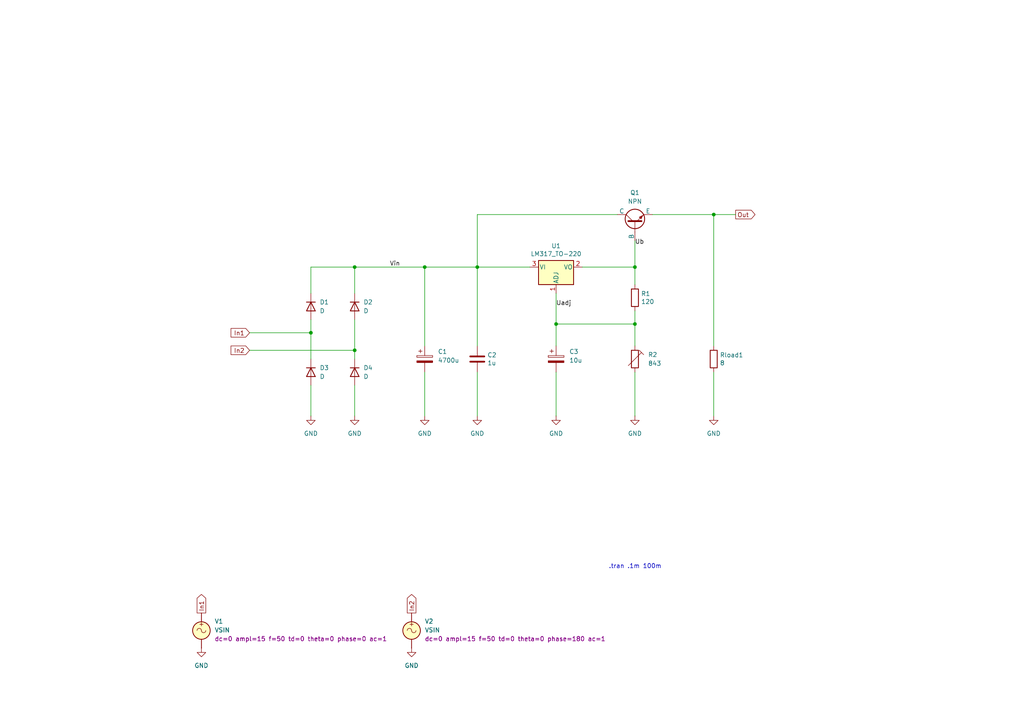
<source format=kicad_sch>
(kicad_sch (version 20231120) (generator "eeschema") (generator_version "8.0")
  (paper "A4")
  (title_block (title "Rectifier with 4 diodes, regulator and NPN passtransistor") (date "2024-05-27") (rev "2") (company "GitHub/OJStuff"))
  (lib_symbols
    (symbol "Device:C" (pin_numbers hide) (pin_names (offset 0.254))
      (property "Reference" "C" (at 0.635 2.54 0))
      (property "Value" "C" (at 0.635 -2.54 0))
      (symbol "C_0_1"
        (polyline (pts (xy -2.032 -0.762) (xy 2.032 -0.762)) (stroke (width 0.508)))
        (polyline (pts (xy -2.032 0.762) (xy 2.032 0.762)) (stroke (width 0.508)))
      )
      (symbol "C_1_1"
        (pin passive line (at 0 3.81 270) (length 2.794) (name "~") (number "1"))
        (pin passive line (at 0 -3.81 90) (length 2.794) (name "~") (number "2"))
      )
    )
    (symbol "Device:C_Polarized" (pin_numbers hide) (pin_names (offset 0.254))
      (property "Reference" "C" (at 0.635 2.54 0))
      (property "Value" "C_Polarized" (at 0.635 -2.54 0))
      (symbol "C_Polarized_0_1"
        (rectangle (start -2.286 0.508) (end 2.286 1.016))
        (polyline (pts (xy -1.778 2.286) (xy -0.762 2.286)))
        (polyline (pts (xy -1.27 2.794) (xy -1.27 1.778)))
        (rectangle (start 2.286 -0.508) (end -2.286 -1.016) (fill (type outline)))
      )
      (symbol "C_Polarized_1_1"
        (pin passive line (at 0 3.81 270) (length 2.794) (name "~") (number "1"))
        (pin passive line (at 0 -3.81 90) (length 2.794) (name "~") (number "2"))
      )
    )
    (symbol "Device:D" (pin_numbers hide) (pin_names (offset 1.016) hide)
      (property "Reference" "D" (at 0 2.54 0))
      (property "Value" "D" (at 0 -2.54 0))
      (symbol "D_0_1"
        (polyline (pts (xy -1.27 1.27) (xy -1.27 -1.27)) (stroke (width 0.254)))
        (polyline (pts (xy 1.27 0) (xy -1.27 0)))
        (polyline (pts (xy 1.27 1.27) (xy 1.27 -1.27) (xy -1.27 0) (xy 1.27 1.27)) (stroke (width 0.254)))
      )
      (symbol "D_1_1"
        (pin passive line (at -3.81 0 0) (length 2.54) (name "K") (number "1"))
        (pin passive line (at 3.81 0 180) (length 2.54) (name "A") (number "2"))
      )
    )
    (symbol "Device:R" (pin_numbers hide) (pin_names (offset 0))
      (property "Reference" "R" (at 2.032 0 90))
      (property "Value" "R" (at 0 0 90))
      (symbol "R_0_1"
        (rectangle (start -1.016 -2.54) (end 1.016 2.54) (stroke (width 0.254)))
      )
      (symbol "R_1_1"
        (pin passive line (at 0 3.81 270) (length 1.27) (name "~") (number "1"))
        (pin passive line (at 0 -3.81 90) (length 1.27) (name "~") (number "2"))
      )
    )
    (symbol "Device:R_Trim" (pin_numbers hide) (pin_names (offset 0))
      (property "Reference" "R" (at 2.54 -2.54 90))
      (property "Value" "R_Trim" (at -2.54 -0.635 90))
      (symbol "R_Trim_0_1"
        (rectangle (start -1.016 -2.54) (end 1.016 2.54) (stroke (width 0.254)))
        (polyline (pts (xy -1.905 -1.905) (xy 1.905 1.905) (xy 2.54 1.27) (xy 1.27 2.54)))
      )
      (symbol "R_Trim_1_1"
        (pin passive line (at 0 3.81 270) (length 1.27) (name "~") (number "1"))
        (pin passive line (at 0 -3.81 90) (length 1.27) (name "~") (number "2"))
      )
    )
    (symbol "Regulator_Linear:LM317_TO-220" (pin_names (offset 0.254))
      (property "Reference" "U" (at -3.81 3.175 0))
      (property "Value" "LM317_TO-220" (at 0 3.175 0))
      (symbol "LM317_TO-220_0_1"
        (rectangle (start -5.08 1.905) (end 5.08 -5.08) (stroke (width 0.254)) (fill (type background)))
      )
      (symbol "LM317_TO-220_1_1"
        (pin input line (at 0 -7.62 90) (length 2.54) (name "ADJ") (number "1"))
        (pin power_out line (at 7.62 0 180) (length 2.54) (name "VO") (number "2"))
        (pin power_in line (at -7.62 0 0) (length 2.54) (name "VI") (number "3"))
      )
    )
    (symbol "Simulation_SPICE:NPN" (pin_numbers hide) (pin_names (offset 0))
      (property "Reference" "Q" (at -2.54 7.62 0))
      (property "Value" "NPN" (at -2.54 5.08 0))
      (symbol "NPN_0_1"
        (polyline (pts (xy -2.54 0) (xy 0.635 0)) (stroke (width 0.1524)))
        (polyline (pts (xy 0.635 0.635) (xy 2.54 2.54)))
        (polyline (pts (xy 2.794 -1.27) (xy 2.794 -1.27)) (stroke (width 0.1524)))
        (polyline (pts (xy 2.794 -1.27) (xy 2.794 -1.27)) (stroke (width 0.1524)))
        (polyline (pts (xy 0.635 -0.635) (xy 2.54 -2.54) (xy 2.54 -2.54)))
        (polyline (pts (xy 0.635 1.905) (xy 0.635 -1.905) (xy 0.635 -1.905)) (stroke (width 0.508)))
        (polyline (pts (xy 1.27 -1.778) (xy 1.778 -1.27) (xy 2.286 -2.286) (xy 1.27 -1.778) (xy 1.27 -1.778)) (fill (type outline)))
        (circle (center 1.27 0) (radius 2.8194) (stroke (width 0.254)))
      )
      (symbol "NPN_1_1"
        (pin open_collector line (at 2.54 5.08 270) (length 2.54) (name "C") (number "1"))
        (pin input line (at -5.08 0 0) (length 2.54) (name "B") (number "2"))
        (pin open_emitter line (at 2.54 -5.08 90) (length 2.54) (name "E") (number "3"))
      )
    )
    (symbol "Simulation_SPICE:VSIN" (pin_numbers hide) (pin_names (offset 0.0254))
      (property "Reference" "V" (at 2.54 2.54 0))
      (property "Value" "VSIN" (at 2.54 0 0))
      (property "Sim.Params" "dc=0 ampl=1 f=1k ac=1" (at 2.54 -2.54 0))
      (symbol "VSIN_0_0"
        (arc (start 0 0) (mid -0.635 0.6323) (end -1.27 0))
        (arc (start 0 0) (mid 0.635 -0.6323) (end 1.27 0))
        (text "+" (at 0 1.905 0) (effects (font (size 1.27 1.27))))
      )
      (symbol "VSIN_0_1"
        (circle (center 0 0) (radius 2.54) (stroke (width 0.254)) (fill (type background)))
      )
      (symbol "VSIN_1_1"
        (pin passive line (at 0 5.08 270) (length 2.54) (name "~") (number "1"))
        (pin passive line (at 0 -5.08 90) (length 2.54) (name "~") (number "2"))
      )
    )
    (symbol "power:GND" (power) (pin_numbers hide) (pin_names (offset 0) hide)
      (property "Value" "GND" (at 0 -3.81 0))
      (symbol "GND_0_1"
        (polyline (pts (xy 0 0) (xy 0 -1.27) (xy 1.27 -1.27) (xy 0 -2.54) (xy -1.27 -1.27) (xy 0 -1.27)))
      )
      (symbol "GND_1_1"
        (pin power_in line (at 0 0 270) (length 0) (name "~") (number "1"))
      )
    )
  )
  (junction (at 184.15 77.47))
  (junction (at 161.29 93.98))
  (junction (at 138.43 77.47))
  (junction (at 102.87 77.47))
  (junction (at 207.01 62.23))
  (junction (at 102.87 101.6))
  (junction (at 184.15 93.98))
  (junction (at 123.19 77.47))
  (junction (at 90.17 96.52))
  (wire (pts (xy 102.87 111.76) (xy 102.87 120.65)))
  (wire (pts (xy 207.01 62.23) (xy 213.36 62.23)))
  (wire (pts (xy 90.17 77.47) (xy 102.87 77.47)))
  (wire (pts (xy 90.17 111.76) (xy 90.17 120.65)))
  (wire (pts (xy 102.87 85.09) (xy 102.87 77.47)))
  (wire (pts (xy 189.23 62.23) (xy 207.01 62.23)))
  (wire (pts (xy 184.15 69.85) (xy 184.15 77.47)))
  (wire (pts (xy 102.87 104.14) (xy 102.87 101.6)))
  (wire (pts (xy 207.01 100.33) (xy 207.01 62.23)))
  (wire (pts (xy 123.19 77.47) (xy 123.19 100.33)))
  (wire (pts (xy 138.43 77.47) (xy 138.43 100.33)))
  (wire (pts (xy 123.19 107.95) (xy 123.19 120.65)))
  (wire (pts (xy 184.15 107.95) (xy 184.15 120.65)))
  (wire (pts (xy 161.29 107.95) (xy 161.29 120.65)))
  (wire (pts (xy 102.87 92.71) (xy 102.87 101.6)))
  (wire (pts (xy 72.39 96.52) (xy 90.17 96.52)))
  (wire (pts (xy 138.43 77.47) (xy 153.67 77.47)))
  (wire (pts (xy 179.07 62.23) (xy 138.43 62.23)))
  (wire (pts (xy 90.17 85.09) (xy 90.17 77.47)))
  (wire (pts (xy 161.29 93.98) (xy 161.29 100.33)))
  (wire (pts (xy 207.01 107.95) (xy 207.01 120.65)))
  (wire (pts (xy 184.15 90.17) (xy 184.15 93.98)))
  (wire (pts (xy 184.15 93.98) (xy 184.15 100.33)))
  (wire (pts (xy 90.17 96.52) (xy 90.17 104.14)))
  (wire (pts (xy 90.17 92.71) (xy 90.17 96.52)))
  (wire (pts (xy 161.29 93.98) (xy 184.15 93.98)))
  (wire (pts (xy 138.43 62.23) (xy 138.43 77.47)))
  (wire (pts (xy 184.15 77.47) (xy 184.15 82.55)))
  (wire (pts (xy 72.39 101.6) (xy 102.87 101.6)))
  (wire (pts (xy 102.87 77.47) (xy 123.19 77.47)))
  (wire (pts (xy 123.19 77.47) (xy 138.43 77.47)))
  (wire (pts (xy 161.29 85.09) (xy 161.29 93.98)))
  (wire (pts (xy 168.91 77.47) (xy 184.15 77.47)))
  (wire (pts (xy 138.43 107.95) (xy 138.43 120.65)))
  (text ".tran .1m 100m" (at 176.53 165.1 0) (effects (font (size 1.27 1.27)) (justify left bottom)))
  (label "Ub" (at 184.15 71.12 0))
  (label "Uadj" (at 161.29 88.9 0))
  (label "Vin" (at 113.03 77.47 0))
  (global_label "In1" (shape output) (at 58.42 177.8 90) (property "Intersheetrefs" "${INTERSHEET_REFS}" (effects (hide yes))))
  (global_label "In2" (shape output) (at 119.38 177.8 90) (property "Intersheetrefs" "${INTERSHEET_REFS}" (effects (hide yes))))
  (global_label "In2" (shape input) (at 72.39 101.6 180) (property "Intersheetrefs" "${INTERSHEET_REFS}" (effects (hide yes))))
  (global_label "In1" (shape input) (at 72.39 96.52 180) (property "Intersheetrefs" "${INTERSHEET_REFS}" (effects (hide yes))))
  (global_label "Out" (shape output) (at 213.36 62.23 0) (property "Intersheetrefs" "${INTERSHEET_REFS}" (effects (hide yes))))
  (symbol (lib_id "Device:D") (at 90.17 107.95 270) (unit 1)
    (property "Reference" "D3" (at 92.71 106.6799 90) (effects (justify left)))
    (property "Value" "D" (at 92.71 109.2199 90) (effects (justify left)))
    (property "Description" "Diode" (effects (hide yes)))
    (property "Sim.Device" "D" (effects (hide yes)))
    (property "Sim.Pins" "1=K 2=A" (effects (hide yes)))
  )
  (symbol (lib_id "Regulator_Linear:LM317_TO-220") (at 161.29 77.47 0) (unit 1)
    (property "Reference" "U1" (at 161.29 71.3232 0))
    (property "Value" "LM317_TO-220" (at 161.29 73.6346 0))
    (property "Footprint" "Package_TO_SOT_THT:TO-220-3_Vertical" (effects (hide yes)))
    (property "Datasheet" "http://www.ti.com/lit/ds/symlink/lm317.pdf" (effects (hide yes)))
    (property "Sim.Library" "LM317-N.LIB" (effects (hide yes)))
    (property "Sim.Name" "LM317-N" (effects (hide yes)))
    (property "Sim.Pins" "3=1 1=2 2=3" (effects (hide yes)))
  )
  (symbol (lib_id "Simulation_SPICE:VSIN") (at 119.38 182.88 0) (unit 1)
    (property "Reference" "V2" (at 123.19 180.2101 0) (effects (justify left)))
    (property "Value" "VSIN" (at 123.19 182.7501 0) (effects (justify left)))
    (property "Datasheet" "https://ngspice.sourceforge.io/docs/ngspice-html-manual/manual.xhtml#sec_Independent_Sources_for" (effects (hide yes)))
    (property "Description" "Voltage source, sinusoidal" (effects (hide yes)))
    (property "Sim.Pins" "1=+ 2=-" (effects (hide yes)))
    (property "Sim.Params" "dc=0 ampl=15 f=50 td=0 theta=0 phase=180 ac=1" (at 123.19 185.2901 0) (effects (justify left)))
    (property "Sim.Type" "SIN" (effects (hide yes)))
    (property "Sim.Device" "V" (effects (hide yes)))
  )
  (symbol (lib_id "Device:R") (at 184.15 86.36 0) (unit 1)
    (property "Reference" "R1" (at 185.928 85.1916 0) (effects (justify left)))
    (property "Value" "120" (at 185.928 87.503 0) (effects (justify left)))
    (property "Footprint" "Resistor_THT:R_Axial_DIN0309_L9.0mm_D3.2mm_P12.70mm_Horizontal" (effects (hide yes)))
  )
  (symbol (lib_id "power:GND") (at 207.01 120.65 0) (unit 1)
    (property "Reference" "#PWR07" (effects (hide yes)))
    (property "Value" "GND" (at 207.01 125.73 0))
    (property "Description" "Power symbol creates a global label with name \"GND\" , ground" (effects (hide yes)))
  )
  (symbol (lib_id "Device:D") (at 90.17 88.9 270) (unit 1)
    (property "Reference" "D1" (at 92.71 87.6299 90) (effects (justify left)))
    (property "Value" "D" (at 92.71 90.1699 90) (effects (justify left)))
    (property "Description" "Diode" (effects (hide yes)))
    (property "Sim.Device" "D" (effects (hide yes)))
    (property "Sim.Pins" "1=K 2=A" (effects (hide yes)))
  )
  (symbol (lib_id "Device:C_Polarized") (at 161.29 104.14 0) (unit 1)
    (property "Reference" "C3" (at 165.1 101.9809 0) (effects (justify left)))
    (property "Value" "10u" (at 165.1 104.5209 0) (effects (justify left)))
    (property "Footprint" "Capacitor_THT:CP_Radial_D5.0mm_P2.50mm" (effects (hide yes)))
  )
  (symbol (lib_id "Simulation_SPICE:NPN") (at 184.15 64.77 90) (unit 1)
    (property "Reference" "Q1" (at 184.15 55.88 90))
    (property "Value" "NPN" (at 184.15 58.42 90))
    (property "Datasheet" "https://ngspice.sourceforge.io/docs/ngspice-html-manual/manual.xhtml#cha_BJTs" (effects (hide yes)))
    (property "Description" "Bipolar transistor symbol for simulation only, substrate tied to the emitter" (effects (hide yes)))
    (property "Sim.Device" "NPN" (effects (hide yes)))
    (property "Sim.Type" "GUMMELPOON" (effects (hide yes)))
    (property "Sim.Pins" "1=C 2=B 3=E" (effects (hide yes)))
  )
  (symbol (lib_id "Device:R_Trim") (at 184.15 104.14 0) (unit 1)
    (property "Reference" "R2" (at 187.96 102.8699 0) (effects (justify left)))
    (property "Value" "843" (at 187.96 105.4099 0) (effects (justify left)))
  )
  (symbol (lib_id "power:GND") (at 119.38 187.96 0) (unit 1)
    (property "Reference" "#PWR08" (effects (hide yes)))
    (property "Value" "GND" (at 119.38 193.04 0))
    (property "Description" "Power symbol creates a global label with name \"GND\" , ground" (effects (hide yes)))
  )
  (symbol (lib_id "Device:R") (at 207.01 104.14 0) (unit 1)
    (property "Reference" "Rload1" (at 208.788 102.9716 0) (effects (justify left)))
    (property "Value" "8" (at 208.788 105.283 0) (effects (justify left)))
    (property "Footprint" "Resistor_THT:R_Axial_DIN0309_L9.0mm_D3.2mm_P12.70mm_Horizontal" (effects (hide yes)))
  )
  (symbol (lib_id "power:GND") (at 58.42 187.96 0) (unit 1)
    (property "Reference" "#PWR09" (effects (hide yes)))
    (property "Value" "GND" (at 58.42 193.04 0))
    (property "Description" "Power symbol creates a global label with name \"GND\" , ground" (effects (hide yes)))
  )
  (symbol (lib_id "power:GND") (at 184.15 120.65 0) (unit 1)
    (property "Reference" "#PWR06" (effects (hide yes)))
    (property "Value" "GND" (at 184.15 125.73 0))
    (property "Description" "Power symbol creates a global label with name \"GND\" , ground" (effects (hide yes)))
  )
  (symbol (lib_id "Device:D") (at 102.87 107.95 270) (unit 1)
    (property "Reference" "D4" (at 105.41 106.6799 90) (effects (justify left)))
    (property "Value" "D" (at 105.41 109.2199 90) (effects (justify left)))
    (property "Description" "Diode" (effects (hide yes)))
    (property "Sim.Device" "D" (effects (hide yes)))
    (property "Sim.Pins" "1=K 2=A" (effects (hide yes)))
  )
  (symbol (lib_id "power:GND") (at 123.19 120.65 0) (unit 1)
    (property "Reference" "#PWR03" (effects (hide yes)))
    (property "Value" "GND" (at 123.19 125.73 0))
    (property "Description" "Power symbol creates a global label with name \"GND\" , ground" (effects (hide yes)))
  )
  (symbol (lib_id "power:GND") (at 102.87 120.65 0) (unit 1)
    (property "Reference" "#PWR02" (effects (hide yes)))
    (property "Value" "GND" (at 102.87 125.73 0))
    (property "Description" "Power symbol creates a global label with name \"GND\" , ground" (effects (hide yes)))
  )
  (symbol (lib_id "Simulation_SPICE:VSIN") (at 58.42 182.88 0) (unit 1)
    (property "Reference" "V1" (at 62.23 180.2101 0) (effects (justify left)))
    (property "Value" "VSIN" (at 62.23 182.7501 0) (effects (justify left)))
    (property "Datasheet" "https://ngspice.sourceforge.io/docs/ngspice-html-manual/manual.xhtml#sec_Independent_Sources_for" (effects (hide yes)))
    (property "Description" "Voltage source, sinusoidal" (effects (hide yes)))
    (property "Sim.Pins" "1=+ 2=-" (effects (hide yes)))
    (property "Sim.Params" "dc=0 ampl=15 f=50 td=0 theta=0 phase=0 ac=1" (at 62.23 185.2901 0) (effects (justify left)))
    (property "Sim.Type" "SIN" (effects (hide yes)))
    (property "Sim.Device" "V" (effects (hide yes)))
  )
  (symbol (lib_id "power:GND") (at 90.17 120.65 0) (unit 1)
    (property "Reference" "#PWR01" (effects (hide yes)))
    (property "Value" "GND" (at 90.17 125.73 0))
    (property "Description" "Power symbol creates a global label with name \"GND\" , ground" (effects (hide yes)))
  )
  (symbol (lib_id "Device:D") (at 102.87 88.9 270) (unit 1)
    (property "Reference" "D2" (at 105.41 87.6299 90) (effects (justify left)))
    (property "Value" "D" (at 105.41 90.1699 90) (effects (justify left)))
    (property "Description" "Diode" (effects (hide yes)))
    (property "Sim.Device" "D" (effects (hide yes)))
    (property "Sim.Pins" "1=K 2=A" (effects (hide yes)))
  )
  (symbol (lib_id "Device:C") (at 138.43 104.14 0) (unit 1)
    (property "Reference" "C2" (at 141.351 102.9716 0) (effects (justify left)))
    (property "Value" "1u" (at 141.351 105.283 0) (effects (justify left)))
    (property "Footprint" "Capacitor_THT:C_Disc_D3.0mm_W1.6mm_P2.50mm" (effects (hide yes)))
  )
  (symbol (lib_id "Device:C_Polarized") (at 123.19 104.14 0) (unit 1)
    (property "Reference" "C1" (at 127 101.9809 0) (effects (justify left)))
    (property "Value" "4700u" (at 127 104.5209 0) (effects (justify left)))
    (property "Footprint" "Capacitor_THT:CP_Radial_D16.0mm_P7.50mm" (effects (hide yes)))
  )
  (symbol (lib_id "power:GND") (at 161.29 120.65 0) (unit 1)
    (property "Reference" "#PWR05" (effects (hide yes)))
    (property "Value" "GND" (at 161.29 125.73 0))
    (property "Description" "Power symbol creates a global label with name \"GND\" , ground" (effects (hide yes)))
  )
  (symbol (lib_id "power:GND") (at 138.43 120.65 0) (unit 1)
    (property "Reference" "#PWR04" (effects (hide yes)))
    (property "Value" "GND" (at 138.43 125.73 0))
    (property "Description" "Power symbol creates a global label with name \"GND\" , ground" (effects (hide yes)))
  )
)
</source>
